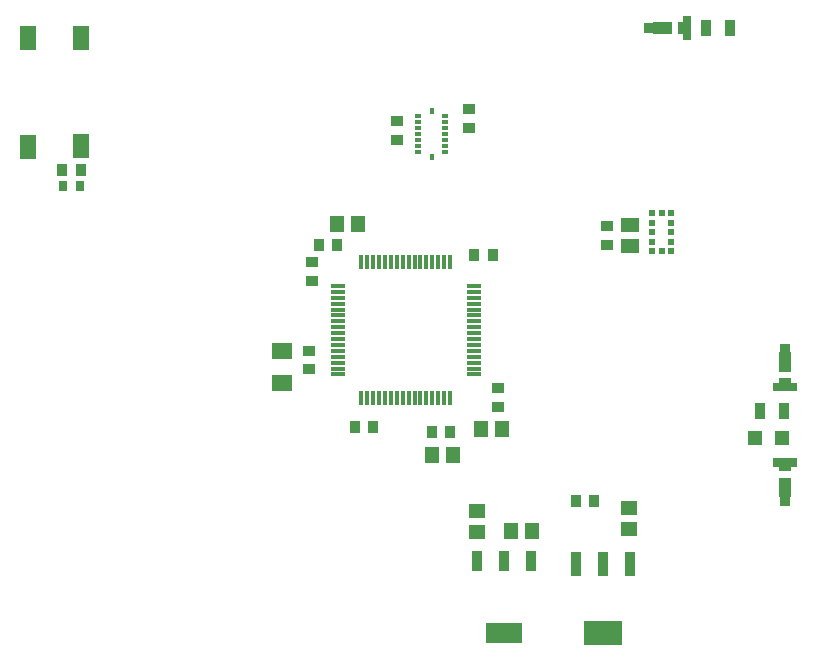
<source format=gtp>
G04*
G04 #@! TF.GenerationSoftware,Altium Limited,Altium Designer,25.8.1 (18)*
G04*
G04 Layer_Color=8421504*
%FSLAX25Y25*%
%MOIN*%
G70*
G04*
G04 #@! TF.SameCoordinates,CEE5F6FD-B113-487D-9DF9-78F472C9FAAA*
G04*
G04*
G04 #@! TF.FilePolarity,Positive*
G04*
G01*
G75*
%ADD17R,0.03350X0.06934*%
%ADD18R,0.12405X0.06934*%
%ADD19R,0.05787X0.04567*%
%ADD20R,0.03740X0.08465*%
%ADD21R,0.03622X0.05591*%
%ADD22R,0.01968X0.01968*%
%ADD23R,0.03858X0.03622*%
%ADD24R,0.02323X0.01378*%
%ADD25R,0.06142X0.05039*%
%ADD26R,0.04567X0.05787*%
%ADD27R,0.03622X0.03858*%
%ADD28R,0.04700X0.01200*%
%ADD29R,0.01200X0.04700*%
%ADD30R,0.02756X0.03543*%
%ADD31R,0.07165X0.05669*%
%ADD32R,0.12795X0.08465*%
%ADD33R,0.05512X0.08268*%
%ADD34R,0.04528X0.04528*%
%ADD35R,0.01378X0.02323*%
G36*
X275984Y54528D02*
Y51772D01*
X272835D01*
Y54528D01*
X272441D01*
Y61024D01*
X276378D01*
Y54528D01*
X275984D01*
D02*
G37*
G36*
X276378Y64764D02*
Y63189D01*
X272441D01*
Y64764D01*
X270472D01*
Y67520D01*
X278346D01*
Y64764D01*
X276378D01*
D02*
G37*
G36*
X272441Y92716D02*
Y94291D01*
X276378D01*
Y92716D01*
X278346D01*
Y89961D01*
X270472D01*
Y92716D01*
X272441D01*
D02*
G37*
G36*
X236811Y209055D02*
X230315D01*
Y209449D01*
X227559D01*
Y212598D01*
X230315D01*
Y212992D01*
X236811D01*
Y209055D01*
D02*
G37*
G36*
X243307Y207087D02*
X240551D01*
Y209055D01*
X238976D01*
Y212992D01*
X240551D01*
Y214961D01*
X243307D01*
Y207087D01*
D02*
G37*
G36*
X275984Y102953D02*
X276378D01*
Y96457D01*
X272441D01*
Y102953D01*
X272835D01*
Y105709D01*
X275984D01*
Y102953D01*
D02*
G37*
D17*
X189874Y33158D02*
D03*
X180819D02*
D03*
X171764D02*
D03*
D18*
X180819Y9339D02*
D03*
D19*
X222571Y43980D02*
D03*
X171972Y43087D02*
D03*
X222571Y50870D02*
D03*
X171972Y50016D02*
D03*
D20*
X222835Y32283D02*
D03*
X213779D02*
D03*
X204724D02*
D03*
D21*
X266142Y83465D02*
D03*
X274016D02*
D03*
X248209Y211024D02*
D03*
X256083D02*
D03*
D22*
X230170Y136614D02*
D03*
X236469D02*
D03*
X233319Y149213D02*
D03*
Y136614D02*
D03*
X230170Y146063D02*
D03*
Y142913D02*
D03*
Y139764D02*
D03*
X236469Y149213D02*
D03*
Y139764D02*
D03*
Y142913D02*
D03*
X230170Y149213D02*
D03*
X236469Y146063D02*
D03*
D23*
X169291Y177756D02*
D03*
X215209Y138779D02*
D03*
X178740Y90847D02*
D03*
X145276Y173721D02*
D03*
X116929Y126772D02*
D03*
X115748Y97342D02*
D03*
X215209Y144882D02*
D03*
X178740Y84744D02*
D03*
X169291Y183858D02*
D03*
X145276Y179823D02*
D03*
X116929Y132874D02*
D03*
X115748Y103445D02*
D03*
D24*
X161279Y177618D02*
D03*
X152106Y173681D02*
D03*
X161279Y179587D02*
D03*
Y175650D02*
D03*
Y171712D02*
D03*
Y169744D02*
D03*
X152106D02*
D03*
Y179587D02*
D03*
X161279Y173681D02*
D03*
X152106Y181555D02*
D03*
Y171712D02*
D03*
Y175650D02*
D03*
Y177618D02*
D03*
X161279Y181555D02*
D03*
D25*
X222689Y138276D02*
D03*
Y145276D02*
D03*
D26*
X183075Y43402D02*
D03*
X156850Y68504D02*
D03*
X180157Y77165D02*
D03*
X190004Y43402D02*
D03*
X125276Y145669D02*
D03*
X163779Y68504D02*
D03*
X173228Y77165D02*
D03*
X132205Y145669D02*
D03*
D27*
X170965Y135433D02*
D03*
X119049Y138800D02*
D03*
X156791Y76378D02*
D03*
X137303Y77953D02*
D03*
X177067Y135433D02*
D03*
X210925Y53150D02*
D03*
X33563Y163779D02*
D03*
X125151Y138800D02*
D03*
X162894Y76378D02*
D03*
X131201Y77953D02*
D03*
X39665Y163779D02*
D03*
X204823Y53150D02*
D03*
D28*
X170669Y125000D02*
D03*
Y95473D02*
D03*
X125394Y125000D02*
D03*
Y101378D02*
D03*
X170669Y123032D02*
D03*
X125394Y103347D02*
D03*
Y111221D02*
D03*
X170669Y101378D02*
D03*
X125394Y113189D02*
D03*
X170669Y107284D02*
D03*
Y97441D02*
D03*
Y99410D02*
D03*
Y121063D02*
D03*
Y119095D02*
D03*
Y117126D02*
D03*
Y115158D02*
D03*
Y113189D02*
D03*
Y111221D02*
D03*
Y109252D02*
D03*
X125394Y105315D02*
D03*
Y107284D02*
D03*
Y115158D02*
D03*
Y117126D02*
D03*
Y119095D02*
D03*
Y121063D02*
D03*
Y123032D02*
D03*
Y109252D02*
D03*
X170669Y105315D02*
D03*
Y103347D02*
D03*
X125394Y99410D02*
D03*
Y97441D02*
D03*
Y95473D02*
D03*
D29*
X133268Y132874D02*
D03*
X156890Y87599D02*
D03*
X137205D02*
D03*
X162795D02*
D03*
X158858D02*
D03*
X154921D02*
D03*
X135236Y132874D02*
D03*
Y87599D02*
D03*
X141142Y132874D02*
D03*
X147047D02*
D03*
X149016Y87599D02*
D03*
X145079D02*
D03*
X154921Y132874D02*
D03*
X152953D02*
D03*
X143110D02*
D03*
X145079D02*
D03*
X147047Y87599D02*
D03*
X139173Y132874D02*
D03*
X160827Y87599D02*
D03*
X137205Y132874D02*
D03*
X152953Y87599D02*
D03*
X150984D02*
D03*
X143110D02*
D03*
X141142D02*
D03*
X158858Y132874D02*
D03*
X160827D02*
D03*
X162795D02*
D03*
X139173Y87599D02*
D03*
X150984Y132874D02*
D03*
X156890D02*
D03*
X149016D02*
D03*
X133268Y87599D02*
D03*
D30*
X33661Y158268D02*
D03*
X39567D02*
D03*
D31*
X106693Y92772D02*
D03*
Y103291D02*
D03*
D32*
X213779Y9449D02*
D03*
D33*
X22047Y171260D02*
D03*
X39764Y171653D02*
D03*
Y207480D02*
D03*
X22047D02*
D03*
D34*
X273622Y74410D02*
D03*
X264370D02*
D03*
D35*
X156693Y183189D02*
D03*
Y168110D02*
D03*
M02*

</source>
